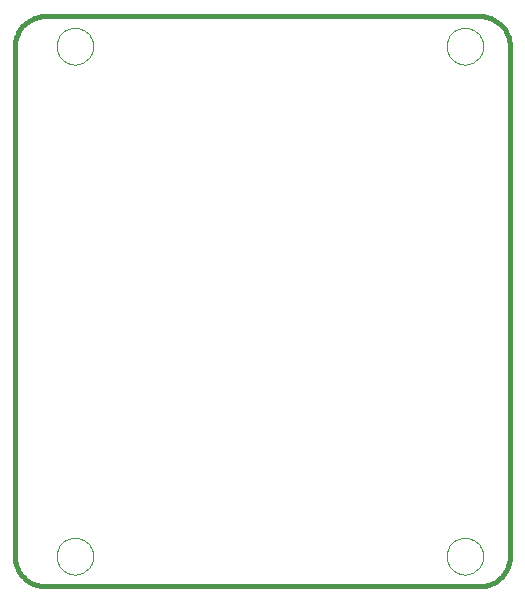
<source format=gtp>
G75*
G70*
%OFA0B0*%
%FSLAX24Y24*%
%IPPOS*%
%LPD*%
%AMOC8*
5,1,8,0,0,1.08239X$1,22.5*
%
%ADD10C,0.0000*%
%ADD11C,0.0160*%
D10*
X002118Y001728D02*
X002120Y001777D01*
X002126Y001826D01*
X002136Y001874D01*
X002149Y001921D01*
X002167Y001967D01*
X002188Y002011D01*
X002212Y002054D01*
X002240Y002094D01*
X002271Y002133D01*
X002305Y002168D01*
X002342Y002201D01*
X002381Y002230D01*
X002423Y002256D01*
X002466Y002279D01*
X002512Y002298D01*
X002558Y002314D01*
X002606Y002326D01*
X002654Y002334D01*
X002703Y002338D01*
X002753Y002338D01*
X002802Y002334D01*
X002850Y002326D01*
X002898Y002314D01*
X002944Y002298D01*
X002990Y002279D01*
X003033Y002256D01*
X003075Y002230D01*
X003114Y002201D01*
X003151Y002168D01*
X003185Y002133D01*
X003216Y002094D01*
X003244Y002054D01*
X003268Y002011D01*
X003289Y001967D01*
X003307Y001921D01*
X003320Y001874D01*
X003330Y001826D01*
X003336Y001777D01*
X003338Y001728D01*
X003336Y001679D01*
X003330Y001630D01*
X003320Y001582D01*
X003307Y001535D01*
X003289Y001489D01*
X003268Y001445D01*
X003244Y001402D01*
X003216Y001362D01*
X003185Y001323D01*
X003151Y001288D01*
X003114Y001255D01*
X003075Y001226D01*
X003033Y001200D01*
X002990Y001177D01*
X002944Y001158D01*
X002898Y001142D01*
X002850Y001130D01*
X002802Y001122D01*
X002753Y001118D01*
X002703Y001118D01*
X002654Y001122D01*
X002606Y001130D01*
X002558Y001142D01*
X002512Y001158D01*
X002466Y001177D01*
X002423Y001200D01*
X002381Y001226D01*
X002342Y001255D01*
X002305Y001288D01*
X002271Y001323D01*
X002240Y001362D01*
X002212Y001402D01*
X002188Y001445D01*
X002167Y001489D01*
X002149Y001535D01*
X002136Y001582D01*
X002126Y001630D01*
X002120Y001679D01*
X002118Y001728D01*
X015118Y001728D02*
X015120Y001777D01*
X015126Y001826D01*
X015136Y001874D01*
X015149Y001921D01*
X015167Y001967D01*
X015188Y002011D01*
X015212Y002054D01*
X015240Y002094D01*
X015271Y002133D01*
X015305Y002168D01*
X015342Y002201D01*
X015381Y002230D01*
X015423Y002256D01*
X015466Y002279D01*
X015512Y002298D01*
X015558Y002314D01*
X015606Y002326D01*
X015654Y002334D01*
X015703Y002338D01*
X015753Y002338D01*
X015802Y002334D01*
X015850Y002326D01*
X015898Y002314D01*
X015944Y002298D01*
X015990Y002279D01*
X016033Y002256D01*
X016075Y002230D01*
X016114Y002201D01*
X016151Y002168D01*
X016185Y002133D01*
X016216Y002094D01*
X016244Y002054D01*
X016268Y002011D01*
X016289Y001967D01*
X016307Y001921D01*
X016320Y001874D01*
X016330Y001826D01*
X016336Y001777D01*
X016338Y001728D01*
X016336Y001679D01*
X016330Y001630D01*
X016320Y001582D01*
X016307Y001535D01*
X016289Y001489D01*
X016268Y001445D01*
X016244Y001402D01*
X016216Y001362D01*
X016185Y001323D01*
X016151Y001288D01*
X016114Y001255D01*
X016075Y001226D01*
X016033Y001200D01*
X015990Y001177D01*
X015944Y001158D01*
X015898Y001142D01*
X015850Y001130D01*
X015802Y001122D01*
X015753Y001118D01*
X015703Y001118D01*
X015654Y001122D01*
X015606Y001130D01*
X015558Y001142D01*
X015512Y001158D01*
X015466Y001177D01*
X015423Y001200D01*
X015381Y001226D01*
X015342Y001255D01*
X015305Y001288D01*
X015271Y001323D01*
X015240Y001362D01*
X015212Y001402D01*
X015188Y001445D01*
X015167Y001489D01*
X015149Y001535D01*
X015136Y001582D01*
X015126Y001630D01*
X015120Y001679D01*
X015118Y001728D01*
X015118Y018728D02*
X015120Y018777D01*
X015126Y018826D01*
X015136Y018874D01*
X015149Y018921D01*
X015167Y018967D01*
X015188Y019011D01*
X015212Y019054D01*
X015240Y019094D01*
X015271Y019133D01*
X015305Y019168D01*
X015342Y019201D01*
X015381Y019230D01*
X015423Y019256D01*
X015466Y019279D01*
X015512Y019298D01*
X015558Y019314D01*
X015606Y019326D01*
X015654Y019334D01*
X015703Y019338D01*
X015753Y019338D01*
X015802Y019334D01*
X015850Y019326D01*
X015898Y019314D01*
X015944Y019298D01*
X015990Y019279D01*
X016033Y019256D01*
X016075Y019230D01*
X016114Y019201D01*
X016151Y019168D01*
X016185Y019133D01*
X016216Y019094D01*
X016244Y019054D01*
X016268Y019011D01*
X016289Y018967D01*
X016307Y018921D01*
X016320Y018874D01*
X016330Y018826D01*
X016336Y018777D01*
X016338Y018728D01*
X016336Y018679D01*
X016330Y018630D01*
X016320Y018582D01*
X016307Y018535D01*
X016289Y018489D01*
X016268Y018445D01*
X016244Y018402D01*
X016216Y018362D01*
X016185Y018323D01*
X016151Y018288D01*
X016114Y018255D01*
X016075Y018226D01*
X016033Y018200D01*
X015990Y018177D01*
X015944Y018158D01*
X015898Y018142D01*
X015850Y018130D01*
X015802Y018122D01*
X015753Y018118D01*
X015703Y018118D01*
X015654Y018122D01*
X015606Y018130D01*
X015558Y018142D01*
X015512Y018158D01*
X015466Y018177D01*
X015423Y018200D01*
X015381Y018226D01*
X015342Y018255D01*
X015305Y018288D01*
X015271Y018323D01*
X015240Y018362D01*
X015212Y018402D01*
X015188Y018445D01*
X015167Y018489D01*
X015149Y018535D01*
X015136Y018582D01*
X015126Y018630D01*
X015120Y018679D01*
X015118Y018728D01*
X002118Y018728D02*
X002120Y018777D01*
X002126Y018826D01*
X002136Y018874D01*
X002149Y018921D01*
X002167Y018967D01*
X002188Y019011D01*
X002212Y019054D01*
X002240Y019094D01*
X002271Y019133D01*
X002305Y019168D01*
X002342Y019201D01*
X002381Y019230D01*
X002423Y019256D01*
X002466Y019279D01*
X002512Y019298D01*
X002558Y019314D01*
X002606Y019326D01*
X002654Y019334D01*
X002703Y019338D01*
X002753Y019338D01*
X002802Y019334D01*
X002850Y019326D01*
X002898Y019314D01*
X002944Y019298D01*
X002990Y019279D01*
X003033Y019256D01*
X003075Y019230D01*
X003114Y019201D01*
X003151Y019168D01*
X003185Y019133D01*
X003216Y019094D01*
X003244Y019054D01*
X003268Y019011D01*
X003289Y018967D01*
X003307Y018921D01*
X003320Y018874D01*
X003330Y018826D01*
X003336Y018777D01*
X003338Y018728D01*
X003336Y018679D01*
X003330Y018630D01*
X003320Y018582D01*
X003307Y018535D01*
X003289Y018489D01*
X003268Y018445D01*
X003244Y018402D01*
X003216Y018362D01*
X003185Y018323D01*
X003151Y018288D01*
X003114Y018255D01*
X003075Y018226D01*
X003033Y018200D01*
X002990Y018177D01*
X002944Y018158D01*
X002898Y018142D01*
X002850Y018130D01*
X002802Y018122D01*
X002753Y018118D01*
X002703Y018118D01*
X002654Y018122D01*
X002606Y018130D01*
X002558Y018142D01*
X002512Y018158D01*
X002466Y018177D01*
X002423Y018200D01*
X002381Y018226D01*
X002342Y018255D01*
X002305Y018288D01*
X002271Y018323D01*
X002240Y018362D01*
X002212Y018402D01*
X002188Y018445D01*
X002167Y018489D01*
X002149Y018535D01*
X002136Y018582D01*
X002126Y018630D01*
X002120Y018679D01*
X002118Y018728D01*
D11*
X000728Y018728D02*
X000728Y001728D01*
X000730Y001668D01*
X000735Y001607D01*
X000744Y001548D01*
X000757Y001489D01*
X000773Y001431D01*
X000793Y001373D01*
X000816Y001318D01*
X000843Y001263D01*
X000872Y001211D01*
X000905Y001160D01*
X000941Y001111D01*
X000979Y001065D01*
X001021Y001021D01*
X001065Y000979D01*
X001111Y000941D01*
X001160Y000905D01*
X001211Y000872D01*
X001263Y000843D01*
X001318Y000816D01*
X001373Y000793D01*
X001431Y000773D01*
X001489Y000757D01*
X001548Y000744D01*
X001607Y000735D01*
X001668Y000730D01*
X001728Y000728D01*
X016228Y000728D01*
X016291Y000730D01*
X016353Y000736D01*
X016415Y000746D01*
X016477Y000759D01*
X016537Y000777D01*
X016596Y000798D01*
X016654Y000823D01*
X016710Y000852D01*
X016764Y000884D01*
X016816Y000919D01*
X016865Y000957D01*
X016913Y000999D01*
X016957Y001043D01*
X016999Y001091D01*
X017037Y001140D01*
X017072Y001192D01*
X017104Y001246D01*
X017133Y001302D01*
X017158Y001360D01*
X017179Y001419D01*
X017197Y001479D01*
X017210Y001541D01*
X017220Y001603D01*
X017226Y001665D01*
X017228Y001728D01*
X017228Y018728D01*
X017226Y018788D01*
X017221Y018849D01*
X017212Y018908D01*
X017199Y018967D01*
X017183Y019026D01*
X017163Y019083D01*
X017140Y019138D01*
X017113Y019193D01*
X017084Y019245D01*
X017051Y019296D01*
X017015Y019345D01*
X016977Y019391D01*
X016935Y019435D01*
X016891Y019477D01*
X016845Y019515D01*
X016796Y019551D01*
X016745Y019584D01*
X016693Y019613D01*
X016638Y019640D01*
X016583Y019663D01*
X016526Y019683D01*
X016467Y019699D01*
X016408Y019712D01*
X016349Y019721D01*
X016288Y019726D01*
X016228Y019728D01*
X001728Y019728D01*
X001668Y019726D01*
X001607Y019721D01*
X001548Y019712D01*
X001489Y019699D01*
X001431Y019683D01*
X001373Y019663D01*
X001318Y019640D01*
X001263Y019613D01*
X001211Y019584D01*
X001160Y019551D01*
X001111Y019515D01*
X001065Y019477D01*
X001021Y019435D01*
X000979Y019391D01*
X000941Y019345D01*
X000905Y019296D01*
X000872Y019245D01*
X000843Y019193D01*
X000816Y019138D01*
X000793Y019083D01*
X000773Y019025D01*
X000757Y018967D01*
X000744Y018908D01*
X000735Y018849D01*
X000730Y018788D01*
X000728Y018728D01*
M02*

</source>
